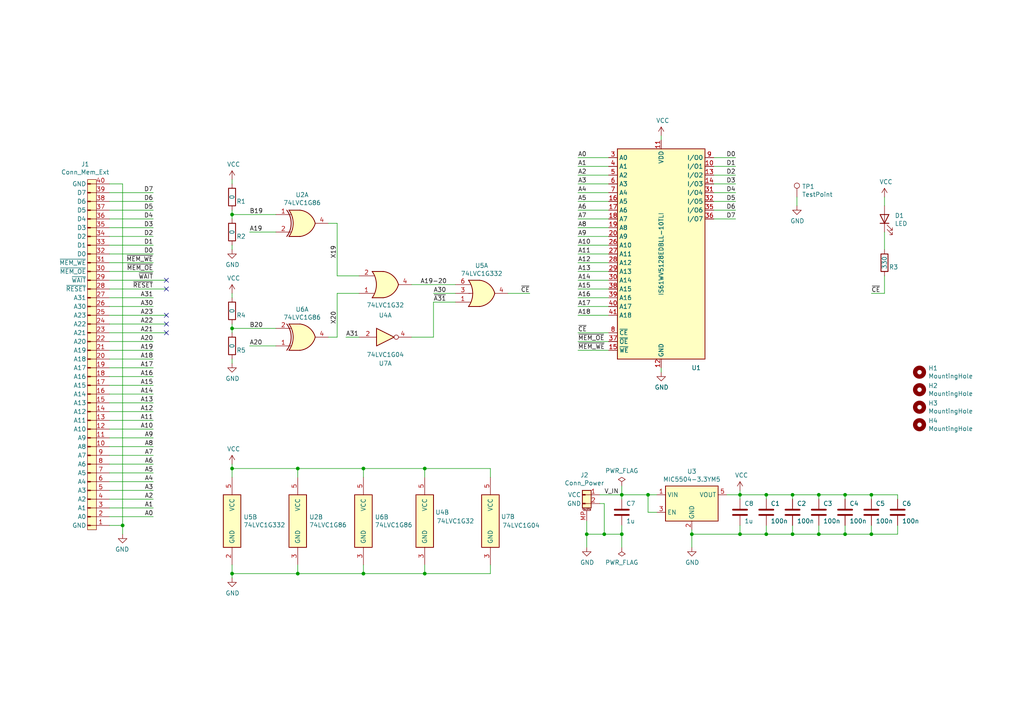
<source format=kicad_sch>
(kicad_sch (version 20211123) (generator eeschema)
  (paper "A4")
  (lib_symbols
    (symbol "Connector:TestPoint" (pin_numbers hide) (pin_names (offset 0.762) hide)
      (property "Reference" "TP" (at 0 6.858 0))
      (property "Value" "TestPoint" (at 0 5.08 0))
      (symbol "TestPoint_0_1"
        (circle (center 0 3.302) (radius 0.762))
      )
      (symbol "TestPoint_1_1"
        (pin passive line (at 0 0 90) (length 2.54) (name "1") (number "1"))
      )
    )
    (symbol "Device:C" (pin_numbers hide) (pin_names (offset 0.254))
      (property "Reference" "C" (at 0.635 2.54 0))
      (property "Value" "C" (at 0.635 -2.54 0))
      (symbol "C_0_1"
        (polyline (pts (xy -2.032 -0.762) (xy 2.032 -0.762)) (stroke (width 0.508)))
        (polyline (pts (xy -2.032 0.762) (xy 2.032 0.762)) (stroke (width 0.508)))
      )
      (symbol "C_1_1"
        (pin passive line (at 0 3.81 270) (length 2.794) (name "~") (number "1"))
        (pin passive line (at 0 -3.81 90) (length 2.794) (name "~") (number "2"))
      )
    )
    (symbol "Device:LED" (pin_numbers hide) (pin_names (offset 1.016) hide)
      (property "Reference" "D" (at 0 2.54 0))
      (property "Value" "LED" (at 0 -2.54 0))
      (symbol "LED_0_1"
        (polyline (pts (xy -1.27 -1.27) (xy -1.27 1.27)) (stroke (width 0.254)))
        (polyline (pts (xy -1.27 0) (xy 1.27 0)))
        (polyline (pts (xy 1.27 -1.27) (xy 1.27 1.27) (xy -1.27 0) (xy 1.27 -1.27)) (stroke (width 0.254)))
        (polyline (pts (xy -3.048 -0.762) (xy -4.572 -2.286) (xy -3.81 -2.286) (xy -4.572 -2.286) (xy -4.572 -1.524)))
        (polyline (pts (xy -1.778 -0.762) (xy -3.302 -2.286) (xy -2.54 -2.286) (xy -3.302 -2.286) (xy -3.302 -1.524)))
      )
      (symbol "LED_1_1"
        (pin passive line (at -3.81 0 0) (length 2.54) (name "K") (number "1"))
        (pin passive line (at 3.81 0 180) (length 2.54) (name "A") (number "2"))
      )
    )
    (symbol "Device:R" (pin_numbers hide) (pin_names (offset 0))
      (property "Reference" "R" (at 2.032 0 90))
      (property "Value" "R" (at 0 0 90))
      (symbol "R_0_1"
        (rectangle (start -1.016 -2.54) (end 1.016 2.54) (stroke (width 0.254)))
      )
      (symbol "R_1_1"
        (pin passive line (at 0 3.81 270) (length 1.27) (name "~") (number "1"))
        (pin passive line (at 0 -3.81 90) (length 1.27) (name "~") (number "2"))
      )
    )
    (symbol "Mechanical:MountingHole" (pin_names (offset 1.016))
      (property "Reference" "H" (at 0 5.08 0))
      (property "Value" "MountingHole" (at 0 3.175 0))
      (symbol "MountingHole_0_1"
        (circle (center 0 0) (radius 1.27) (stroke (width 1.27)))
      )
    )
    (symbol "Memory_RAM:IS61C5128AL-10TLI"
      (property "Reference" "U" (at -10.16 31.75 0))
      (property "Value" "IS61C5128AL-10TLI" (at 12.7 31.75 0))
      (symbol "IS61C5128AL-10TLI_0_1"
        (rectangle (start -12.7 30.48) (end 12.7 -30.48) (stroke (width 0.254)) (fill (type background)))
      )
      (symbol "IS61C5128AL-10TLI_1_1"
        (pin no_connect line (at 12.7 -27.94 180) (length 2.54) hide (name "NC") (number "1"))
        (pin bidirectional line (at 15.24 25.4 180) (length 2.54) (name "I/O1") (number "10"))
        (pin power_in line (at 0 33.02 270) (length 2.54) (name "VDD") (number "11"))
        (pin power_in line (at 0 -33.02 90) (length 2.54) (name "GND") (number "12"))
        (pin bidirectional line (at 15.24 22.86 180) (length 2.54) (name "I/O2") (number "13"))
        (pin bidirectional line (at 15.24 20.32 180) (length 2.54) (name "I/O3") (number "14"))
        (pin input line (at -15.24 -27.94 0) (length 2.54) (name "~{WE}") (number "15"))
        (pin input line (at -15.24 15.24 0) (length 2.54) (name "A5") (number "16"))
        (pin input line (at -15.24 12.7 0) (length 2.54) (name "A6") (number "17"))
        (pin input line (at -15.24 10.16 0) (length 2.54) (name "A7") (number "18"))
        (pin input line (at -15.24 7.62 0) (length 2.54) (name "A8") (number "19"))
        (pin no_connect line (at 12.7 -25.4 180) (length 2.54) hide (name "NC") (number "2"))
        (pin input line (at -15.24 5.08 0) (length 2.54) (name "A9") (number "20"))
        (pin no_connect line (at 12.7 -22.86 180) (length 2.54) hide (name "NC") (number "21"))
        (pin no_connect line (at 12.7 -20.32 180) (length 2.54) hide (name "NC") (number "22"))
        (pin no_connect line (at 12.7 -17.78 180) (length 2.54) hide (name "NC") (number "23"))
        (pin no_connect line (at 12.7 -15.24 180) (length 2.54) hide (name "NC") (number "24"))
        (pin no_connect line (at 12.7 -12.7 180) (length 2.54) hide (name "NC") (number "25"))
        (pin input line (at -15.24 2.54 0) (length 2.54) (name "A10") (number "26"))
        (pin input line (at -15.24 0 0) (length 2.54) (name "A11") (number "27"))
        (pin input line (at -15.24 -2.54 0) (length 2.54) (name "A12") (number "28"))
        (pin input line (at -15.24 -5.08 0) (length 2.54) (name "A13") (number "29"))
        (pin input line (at -15.24 27.94 0) (length 2.54) (name "A0") (number "3"))
        (pin input line (at -15.24 -7.62 0) (length 2.54) (name "A14") (number "30"))
        (pin bidirectional line (at 15.24 17.78 180) (length 2.54) (name "I/O4") (number "31"))
        (pin bidirectional line (at 15.24 15.24 180) (length 2.54) (name "I/O5") (number "32"))
        (pin passive line (at 0 33.02 270) (length 2.54) hide (name "VDD") (number "33"))
        (pin passive line (at 0 -33.02 90) (length 2.54) hide (name "GND") (number "34"))
        (pin bidirectional line (at 15.24 12.7 180) (length 2.54) (name "I/O6") (number "35"))
        (pin bidirectional line (at 15.24 10.16 180) (length 2.54) (name "I/O7") (number "36"))
        (pin input line (at -15.24 -25.4 0) (length 2.54) (name "~{OE}") (number "37"))
        (pin input line (at -15.24 -10.16 0) (length 2.54) (name "A15") (number "38"))
        (pin input line (at -15.24 -12.7 0) (length 2.54) (name "A16") (number "39"))
        (pin input line (at -15.24 25.4 0) (length 2.54) (name "A1") (number "4"))
        (pin input line (at -15.24 -15.24 0) (length 2.54) (name "A17") (number "40"))
        (pin input line (at -15.24 -17.78 0) (length 2.54) (name "A18") (number "41"))
        (pin no_connect line (at 12.7 -10.16 180) (length 2.54) hide (name "NC") (number "42"))
        (pin no_connect line (at 12.7 -7.62 180) (length 2.54) hide (name "NC") (number "43"))
        (pin no_connect line (at 12.7 -5.08 180) (length 2.54) hide (name "NC") (number "44"))
        (pin input line (at -15.24 22.86 0) (length 2.54) (name "A2") (number "5"))
        (pin input line (at -15.24 20.32 0) (length 2.54) (name "A3") (number "6"))
        (pin input line (at -15.24 17.78 0) (length 2.54) (name "A4") (number "7"))
        (pin input line (at -15.24 -22.86 0) (length 2.54) (name "~{CE}") (number "8"))
        (pin bidirectional line (at 15.24 27.94 180) (length 2.54) (name "I/O0") (number "9"))
      )
    )
    (symbol "Regulator_Linear:MIC5504-3.3YM5"
      (property "Reference" "U" (at -7.62 8.89 0))
      (property "Value" "MIC5504-3.3YM5" (at -7.62 6.35 0))
      (symbol "MIC5504-3.3YM5_0_1"
        (rectangle (start -7.62 -5.08) (end 7.62 5.08) (stroke (width 0.254)) (fill (type background)))
      )
      (symbol "MIC5504-3.3YM5_1_1"
        (pin power_in line (at -10.16 2.54 0) (length 2.54) (name "VIN") (number "1"))
        (pin power_in line (at 0 -7.62 90) (length 2.54) (name "GND") (number "2"))
        (pin input line (at -10.16 -2.54 0) (length 2.54) (name "EN") (number "3"))
        (pin no_connect line (at 7.62 -2.54 180) (length 2.54) hide (name "NC") (number "4"))
        (pin power_out line (at 10.16 2.54 180) (length 2.54) (name "VOUT") (number "5"))
      )
    )
    (symbol "power:GND" (power) (pin_names (offset 0))
      (property "Value" "GND" (at 0 -3.81 0))
      (symbol "GND_0_1"
        (polyline (pts (xy 0 0) (xy 0 -1.27) (xy 1.27 -1.27) (xy 0 -2.54) (xy -1.27 -1.27) (xy 0 -1.27)))
      )
      (symbol "GND_1_1"
        (pin power_in line (at 0 0 270) (length 0) hide (name "GND") (number "1"))
      )
    )
    (symbol "power:PWR_FLAG" (power) (pin_numbers hide) (pin_names (offset 0) hide)
      (property "Value" "PWR_FLAG" (at 0 3.81 0))
      (symbol "PWR_FLAG_0_0"
        (pin power_out line (at 0 0 90) (length 0) (name "pwr") (number "1"))
      )
      (symbol "PWR_FLAG_0_1"
        (polyline (pts (xy 0 0) (xy 0 1.27) (xy -1.016 1.905) (xy 0 2.54) (xy 1.016 1.905) (xy 0 1.27)))
      )
    )
    (symbol "power:VCC" (power) (pin_names (offset 0))
      (property "Value" "VCC" (at 0 3.81 0))
      (symbol "VCC_0_1"
        (polyline (pts (xy -0.762 1.27) (xy 0 2.54)))
        (polyline (pts (xy 0 0) (xy 0 2.54)))
        (polyline (pts (xy 0 2.54) (xy 0.762 1.27)))
      )
      (symbol "VCC_1_1"
        (pin power_in line (at 0 0 90) (length 0) hide (name "VCC") (number "1"))
      )
    )
    (symbol "riscv-serial:74LVC1G04" (pin_names (offset 1.016))
      (property "Reference" "U" (at 0 -5.08 0))
      (property "Value" "74LVC1G04" (at -6.35 0 90))
      (symbol "74LVC1G04_1_0"
        (polyline (pts (xy -2.54 2.54) (xy -2.54 -2.54) (xy 2.54 0) (xy -2.54 2.54)) (stroke (width 0.254)) (fill (type background)))
        (pin input line (at -7.62 0 0) (length 5.08) (name "~") (number "2"))
        (pin output inverted (at 7.62 0 180) (length 5.08) (name "~") (number "4"))
      )
      (symbol "74LVC1G04_2_0"
        (pin no_connect line (at 1.27 -12.7 90) (length 5.08) hide (name "~") (number "1"))
        (pin power_in line (at 0 -12.7 90) (length 5.08) (name "GND") (number "3"))
        (pin power_in line (at 0 12.7 270) (length 5.08) (name "VCC") (number "5"))
      )
      (symbol "74LVC1G04_2_1"
        (rectangle (start -2.54 7.62) (end 2.54 -7.62) (stroke (width 0.254)) (fill (type background)))
      )
    )
    (symbol "riscv-serial:74LVC1G32" (pin_names (offset 1.016))
      (property "Reference" "U" (at -0.762 -0.762 0))
      (property "Value" "74LVC1G32" (at -0.762 -0.762 0))
      (symbol "74LVC1G32_1_1"
        (arc (start -3.81 -3.81) (mid -2.589 0) (end -3.81 3.81) (stroke (width 0.254)))
        (arc (start -0.6096 -3.81) (mid 2.1842 -2.5851) (end 3.81 0) (stroke (width 0.254)) (fill (type background)))
        (polyline (pts (xy -3.81 -3.81) (xy -0.635 -3.81)) (stroke (width 0.254)) (fill (type background)))
        (polyline (pts (xy -3.81 3.81) (xy -0.635 3.81)) (stroke (width 0.254)) (fill (type background)))
        (polyline (pts (xy -0.635 3.81) (xy -3.81 3.81) (xy -3.81 3.81) (xy -3.556 3.4036) (xy -3.0226 2.2606) (xy -2.6924 1.0414) (xy -2.6162 -0.254) (xy -2.7686 -1.4986) (xy -3.175 -2.7178) (xy -3.81 -3.81) (xy -3.81 -3.81) (xy -0.635 -3.81)) (stroke (width -25.4)) (fill (type background)))
        (arc (start 3.81 0) (mid 2.1915 2.5936) (end -0.6096 3.81) (stroke (width 0.254)) (fill (type background)))
        (pin input line (at -7.62 2.54 0) (length 4.318) (name "~") (number "1"))
        (pin input line (at -7.62 -2.54 0) (length 4.318) (name "~") (number "2"))
        (pin output line (at 7.62 0 180) (length 3.81) (name "~") (number "4"))
      )
      (symbol "74LVC1G32_2_0"
        (pin power_in line (at 0 -12.7 90) (length 5.08) (name "GND") (number "3"))
        (pin power_in line (at 0 12.7 270) (length 5.08) (name "VCC") (number "5"))
      )
      (symbol "74LVC1G32_2_1"
        (rectangle (start -2.54 7.62) (end 2.54 -7.62) (stroke (width 0.254)) (fill (type background)))
      )
    )
    (symbol "riscv-serial:74LVC1G332" (pin_names (offset 1.016))
      (property "Reference" "U" (at -0.762 -0.762 0))
      (property "Value" "74LVC1G332" (at -0.762 -0.762 0))
      (symbol "74LVC1G332_1_1"
        (arc (start -3.81 -3.81) (mid -2.589 0) (end -3.81 3.81) (stroke (width 0.254)))
        (arc (start -0.6096 -3.81) (mid 2.1842 -2.5851) (end 3.81 0) (stroke (width 0.254)) (fill (type background)))
        (polyline (pts (xy -3.81 -3.81) (xy -0.635 -3.81)) (stroke (width 0.254)) (fill (type background)))
        (polyline (pts (xy -3.81 0) (xy -2.54 0)))
        (polyline (pts (xy -3.81 3.81) (xy -0.635 3.81)) (stroke (width 0.254)) (fill (type background)))
        (polyline (pts (xy -0.635 3.81) (xy -3.81 3.81) (xy -3.81 3.81) (xy -3.556 3.4036) (xy -3.0226 2.2606) (xy -2.6924 1.0414) (xy -2.6162 -0.254) (xy -2.7686 -1.4986) (xy -3.175 -2.7178) (xy -3.81 -3.81) (xy -3.81 -3.81) (xy -0.635 -3.81)) (stroke (width -25.4)) (fill (type background)))
        (arc (start 3.81 0) (mid 2.1915 2.5936) (end -0.6096 3.81) (stroke (width 0.254)) (fill (type background)))
        (pin input line (at -7.62 2.54 0) (length 4.318) (name "~") (number "1"))
        (pin input line (at -7.62 0 0) (length 4.318) (name "~") (number "3"))
        (pin output line (at 7.62 0 180) (length 3.81) (name "~") (number "4"))
        (pin input line (at -7.62 -2.54 0) (length 4.318) (name "~") (number "6"))
      )
      (symbol "74LVC1G332_2_0"
        (pin power_in line (at 0 -12.7 90) (length 5.08) (name "GND") (number "2"))
        (pin power_in line (at 0 12.7 270) (length 5.08) (name "VCC") (number "5"))
      )
      (symbol "74LVC1G332_2_1"
        (rectangle (start -2.54 7.62) (end 2.54 -7.62) (stroke (width 0.254)) (fill (type background)))
      )
    )
    (symbol "riscv-serial:74LVC1G86" (pin_names (offset 1.016))
      (property "Reference" "U" (at -0.762 -0.762 0))
      (property "Value" "74LVC1G86" (at -0.762 -0.762 0))
      (symbol "74LVC1G86_1_0"
        (arc (start -4.445 -3.81) (mid -3.175 0) (end -4.445 3.81) (stroke (width 0.254)))
      )
      (symbol "74LVC1G86_1_1"
        (arc (start -3.81 -3.81) (mid -2.589 0) (end -3.81 3.81) (stroke (width 0.254)))
        (arc (start -0.6096 -3.81) (mid 2.1842 -2.5851) (end 3.81 0) (stroke (width 0.254)) (fill (type background)))
        (polyline (pts (xy -3.81 -3.81) (xy -0.635 -3.81)) (stroke (width 0.254)) (fill (type background)))
        (polyline (pts (xy -3.81 3.81) (xy -0.635 3.81)) (stroke (width 0.254)) (fill (type background)))
        (polyline (pts (xy -0.635 3.81) (xy -3.81 3.81) (xy -3.81 3.81) (xy -3.556 3.4036) (xy -3.0226 2.2606) (xy -2.6924 1.0414) (xy -2.6162 -0.254) (xy -2.7686 -1.4986) (xy -3.175 -2.7178) (xy -3.81 -3.81) (xy -3.81 -3.81) (xy -0.635 -3.81)) (stroke (width -25.4)) (fill (type background)))
        (arc (start 3.81 0) (mid 2.1915 2.5936) (end -0.6096 3.81) (stroke (width 0.254)) (fill (type background)))
        (pin input line (at -7.62 2.54 0) (length 4.318) (name "~") (number "1"))
        (pin input line (at -7.62 -2.54 0) (length 4.318) (name "~") (number "2"))
        (pin output line (at 7.62 0 180) (length 3.81) (name "~") (number "4"))
      )
      (symbol "74LVC1G86_2_0"
        (pin power_in line (at 0 -12.7 90) (length 5.08) (name "GND") (number "3"))
        (pin power_in line (at 0 12.7 270) (length 5.08) (name "VCC") (number "5"))
      )
      (symbol "74LVC1G86_2_1"
        (rectangle (start -2.54 7.62) (end 2.54 -7.62) (stroke (width 0.254)) (fill (type background)))
      )
    )
    (symbol "riscv-serial:Conn_Mem_Ext" (pin_names (offset 1.651))
      (property "Reference" "J" (at 0 -53.34 0))
      (property "Value" "Conn_Mem_Ext" (at 0 50.8 0))
      (symbol "Conn_Mem_Ext_0_1"
        (rectangle (start 0 -52.07) (end 2.54 49.53) (fill (type background)))
      )
      (symbol "Conn_Mem_Ext_1_1"
        (polyline (pts (xy 1.27 -50.8) (xy 0.8636 -50.8)) (stroke (width 0.1524)))
        (polyline (pts (xy 1.27 -48.26) (xy 0.8636 -48.26)) (stroke (width 0.1524)))
        (polyline (pts (xy 1.27 -45.72) (xy 0.8636 -45.72)) (stroke (width 0.1524)))
        (polyline (pts (xy 1.27 -43.18) (xy 0.8636 -43.18)) (stroke (width 0.1524)))
        (polyline (pts (xy 1.27 -40.64) (xy 0.8636 -40.64)) (stroke (width 0.1524)))
        (polyline (pts (xy 1.27 -38.1) (xy 0.8636 -38.1)) (stroke (width 0.1524)))
        (polyline (pts (xy 1.27 -35.56) (xy 0.8636 -35.56)) (stroke (width 0.1524)))
        (polyline (pts (xy 1.27 -33.02) (xy 0.8636 -33.02)) (stroke (width 0.1524)))
        (polyline (pts (xy 1.27 -30.48) (xy 0.8636 -30.48)) (stroke (width 0.1524)))
        (polyline (pts (xy 1.27 -27.94) (xy 0.8636 -27.94)) (stroke (width 0.1524)))
        (polyline (pts (xy 1.27 -25.4) (xy 0.8636 -25.4)) (stroke (width 0.1524)))
        (polyline (pts (xy 1.27 -22.86) (xy 0.8636 -22.86)) (stroke (width 0.1524)))
        (polyline (pts (xy 1.27 -20.32) (xy 0.8636 -20.32)) (stroke (width 0.1524)))
        (polyline (pts (xy 1.27 -17.78) (xy 0.8636 -17.78)) (stroke (width 0.1524)))
        (polyline (pts (xy 1.27 -15.24) (xy 0.8636 -15.24)) (stroke (width 0.1524)))
        (polyline (pts (xy 1.27 -12.7) (xy 0.8636 -12.7)) (stroke (width 0.1524)))
        (polyline (pts (xy 1.27 -10.16) (xy 0.8636 -10.16)) (stroke (width 0.1524)))
        (polyline (pts (xy 1.27 -7.62) (xy 0.8636 -7.62)) (stroke (width 0.1524)))
        (polyline (pts (xy 1.27 -5.08) (xy 0.8636 -5.08)) (stroke (width 0.1524)))
        (polyline (pts (xy 1.27 -2.54) (xy 0.8636 -2.54)) (stroke (width 0.1524)))
        (polyline (pts (xy 1.27 0) (xy 0.8636 0)) (stroke (width 0.1524)))
        (polyline (pts (xy 1.27 2.54) (xy 0.8636 2.54)) (stroke (width 0.1524)))
        (polyline (pts (xy 1.27 5.08) (xy 0.8636 5.08)) (stroke (width 0.1524)))
        (polyline (pts (xy 1.27 7.62) (xy 0.8636 7.62)) (stroke (width 0.1524)))
        (polyline (pts (xy 1.27 10.16) (xy 0.8636 10.16)) (stroke (width 0.1524)))
        (polyline (pts (xy 1.27 12.7) (xy 0.8636 12.7)) (stroke (width 0.1524)))
        (polyline (pts (xy 1.27 15.24) (xy 0.8636 15.24)) (stroke (width 0.1524)))
        (polyline (pts (xy 1.27 17.78) (xy 0.8636 17.78)) (stroke (width 0.1524)))
        (polyline (pts (xy 1.27 20.32) (xy 0.8636 20.32)) (stroke (width 0.1524)))
        (polyline (pts (xy 1.27 22.86) (xy 0.8636 22.86)) (stroke (width 0.1524)))
        (polyline (pts (xy 1.27 25.4) (xy 0.8636 25.4)) (stroke (width 0.1524)))
        (polyline (pts (xy 1.27 27.94) (xy 0.8636 27.94)) (stroke (width 0.1524)))
        (polyline (pts (xy 1.27 30.48) (xy 0.8636 30.48)) (stroke (width 0.1524)))
        (polyline (pts (xy 1.27 33.02) (xy 0.8636 33.02)) (stroke (width 0.1524)))
        (polyline (pts (xy 1.27 35.56) (xy 0.8636 35.56)) (stroke (width 0.1524)))
        (polyline (pts (xy 1.27 38.1) (xy 0.8636 38.1)) (stroke (width 0.1524)))
        (polyline (pts (xy 1.27 40.64) (xy 0.8636 40.64)) (stroke (width 0.1524)))
        (polyline (pts (xy 1.27 43.18) (xy 0.8636 43.18)) (stroke (width 0.1524)))
        (polyline (pts (xy 1.27 45.72) (xy 0.8636 45.72)) (stroke (width 0.1524)))
        (polyline (pts (xy 1.27 48.26) (xy 0.8636 48.26)) (stroke (width 0.1524)))
        (rectangle (start 0.8636 -50.927) (end 0 -50.673) (stroke (width 0.1524)) (fill (type outline)))
        (rectangle (start 0.8636 -48.387) (end 0 -48.133) (stroke (width 0.1524)) (fill (type outline)))
        (rectangle (start 0.8636 -45.847) (end 0 -45.593) (stroke (width 0.1524)) (fill (type outline)))
        (rectangle (start 0.8636 -43.307) (end 0 -43.053) (stroke (width 0.1524)) (fill (type outline)))
        (rectangle (start 0.8636 -40.767) (end 0 -40.513) (stroke (width 0.1524)) (fill (type outline)))
        (rectangle (start 0.8636 -38.227) (end 0 -37.973) (stroke (width 0.1524)) (fill (type outline)))
        (rectangle (start 0.8636 -35.687) (end 0 -35.433) (stroke (width 0.1524)) (fill (type outline)))
        (rectangle (start 0.8636 -33.147) (end 0 -32.893) (stroke (width 0.1524)) (fill (type outline)))
        (rectangle (start 0.8636 -30.607) (end 0 -30.353) (stroke (width 0.1524)) (fill (type outline)))
        (rectangle (start 0.8636 -28.067) (end 0 -27.813) (stroke (width 0.1524)) (fill (type outline)))
        (rectangle (start 0.8636 -25.527) (end 0 -25.273) (stroke (width 0.1524)) (fill (type outline)))
        (rectangle (start 0.8636 -22.987) (end 0 -22.733) (stroke (width 0.1524)) (fill (type outline)))
        (rectangle (start 0.8636 -20.447) (end 0 -20.193) (stroke (width 0.1524)) (fill (type outline)))
        (rectangle (start 0.8636 -17.907) (end 0 -17.653) (stroke (width 0.1524)) (fill (type outline)))
        (rectangle (start 0.8636 -15.367) (end 0 -15.113) (stroke (width 0.1524)) (fill (type outline)))
        (rectangle (start 0.8636 -12.827) (end 0 -12.573) (stroke (width 0.1524)) (fill (type outline)))
        (rectangle (start 0.8636 -10.287) (end 0 -10.033) (stroke (width 0.1524)) (fill (type outline)))
        (rectangle (start 0.8636 -7.747) (end 0 -7.493) (stroke (width 0.1524)) (fill (type outline)))
        (rectangle (start 0.8636 -5.207) (end 0 -4.953) (stroke (width 0.1524)) (fill (type outline)))
        (rectangle (start 0.8636 -2.667) (end 0 -2.413) (stroke (width 0.1524)) (fill (type outline)))
        (rectangle (start 0.8636 -0.127) (end 0 0.127) (stroke (width 0.1524)) (fill (type outline)))
        (rectangle (start 0.8636 2.413) (end 0 2.667) (stroke (width 0.1524)) (fill (type outline)))
        (rectangle (start 0.8636 4.953) (end 0 5.207) (stroke (width 0.1524)) (fill (type outline)))
        (rectangle (start 0.8636 7.493) (end 0 7.747) (stroke (width 0.1524)) (fill (type outline)))
        (rectangle (start 0.8636 10.033) (end 0 10.287) (stroke (width 0.1524)) (fill (type outline)))
        (rectangle (start 0.8636 12.573) (end 0 12.827) (stroke (width 0.1524)) (fill (type outline)))
        (rectangle (start 0.8636 15.113) (end 0 15.367) (stroke (width 0.1524)) (fill (type outline)))
        (rectangle (start 0.8636 17.653) (end 0 17.907) (stroke (width 0.1524)) (fill (type outline)))
        (rectangle (start 0.8636 20.193) (end 0 20.447) (stroke (width 0.1524)) (fill (type outline)))
        (rectangle (start 0.8636 22.733) (end 0 22.987) (stroke (width 0.1524)) (fill (type outline)))
        (rectangle (start 0.8636 25.273) (end 0 25.527) (stroke (width 0.1524)) (fill (type outline)))
        (rectangle (start 0.8636 27.813) (end 0 28.067) (stroke (width 0.1524)) (fill (type outline)))
        (rectangle (start 0.8636 30.353) (end 0 30.607) (stroke (width 0.1524)) (fill (type outline)))
        (rectangle (start 0.8636 32.893) (end 0 33.147) (stroke (width 0.1524)) (fill (type outline)))
        (rectangle (start 0.8636 35.433) (end 0 35.687) (stroke (width 0.1524)) (fill (type outline)))
        (rectangle (start 0.8636 37.973) (end 0 38.227) (stroke (width 0.1524)) (fill (type outline)))
        (rectangle (start 0.8636 40.513) (end 0 40.767) (stroke (width 0.1524)) (fill (type outline)))
        (rectangle (start 0.8636 43.053) (end 0 43.307) (stroke (width 0.1524)) (fill (type outline)))
        (rectangle (start 0.8636 45.593) (end 0 45.847) (stroke (width 0.1524)) (fill (type outline)))
        (rectangle (start 0.8636 48.133) (end 0 48.387) (stroke (width 0.1524)) (fill (type outline)))
        (pin passive line (at 6.35 -50.8 180) (length 5.08) (name "GND") (number "1"))
        (pin passive line (at 6.35 -27.94 180) (length 5.08) (name "A8") (number "10"))
        (pin passive line (at 6.35 -25.4 180) (length 5.08) (name "A9") (number "11"))
        (pin passive line (at 6.35 -22.86 180) (length 5.08) (name "A10") (number "12"))
        (pin passive line (at 6.35 -20.32 180) (length 5.08) (name "A11") (number "13"))
        (pin passive line (at 6.35 -17.78 180) (length 5.08) (name "A12") (number "14"))
        (pin passive line (at 6.35 -15.24 180) (length 5.08) (name "A13") (number "15"))
        (pin passive line (at 6.35 -12.7 180) (length 5.08) (name "A14") (number "16"))
        (pin passive line (at 6.35 -10.16 180) (length 5.08) (name "A15") (number "17"))
        (pin passive line (at 6.35 -7.62 180) (length 5.08) (name "A16") (number "18"))
        (pin passive line (at 6.35 -5.08 180) (length 5.08) (name "A17") (number "19"))
        (pin passive line (at 6.35 -48.26 180) (length 5.08) (name "A0") (number "2"))
        (pin passive line (at 6.35 -2.54 180) (length 5.08) (name "A18") (number "20"))
        (pin passive line (at 6.35 0 180) (length 5.08) (name "A19") (number "21"))
        (pin passive line (at 6.35 2.54 180) (length 5.08) (name "A20") (number "22"))
        (pin passive line (at 6.35 5.08 180) (length 5.08) (name "A21") (number "23"))
        (pin passive line (at 6.35 7.62 180) (length 5.08) (name "A22") (number "24"))
        (pin passive line (at 6.35 10.16 180) (length 5.08) (name "A23") (number "25"))
        (pin passive line (at 6.35 12.7 180) (length 5.08) (name "A30") (number "26"))
        (pin passive line (at 6.35 15.24 180) (length 5.08) (name "A31") (number "27"))
        (pin passive line (at 6.35 17.78 180) (length 5.08) (name "~{RESET}") (number "28"))
        (pin passive line (at 6.35 20.32 180) (length 5.08) (name "~{WAIT}") (number "29"))
        (pin passive line (at 6.35 -45.72 180) (length 5.08) (name "A1") (number "3"))
        (pin passive line (at 6.35 22.86 180) (length 5.08) (name "~{MEM_OE}") (number "30"))
        (pin passive line (at 6.35 25.4 180) (length 5.08) (name "~{MEM_WE}") (number "31"))
        (pin passive line (at 6.35 27.94 180) (length 5.08) (name "D0") (number "32"))
        (pin passive line (at 6.35 30.48 180) (length 5.08) (name "D1") (number "33"))
        (pin passive line (at 6.35 33.02 180) (length 5.08) (name "D2") (number "34"))
        (pin passive line (at 6.35 35.56 180) (length 5.08) (name "D3") (number "35"))
        (pin passive line (at 6.35 38.1 180) (length 5.08) (name "D4") (number "36"))
        (pin passive line (at 6.35 40.64 180) (length 5.08) (name "D5") (number "37"))
        (pin passive line (at 6.35 43.18 180) (length 5.08) (name "D6") (number "38"))
        (pin passive line (at 6.35 45.72 180) (length 5.08) (name "D7") (number "39"))
        (pin passive line (at 6.35 -43.18 180) (length 5.08) (name "A2") (number "4"))
        (pin passive line (at 6.35 48.26 180) (length 5.08) (name "GND") (number "40"))
        (pin passive line (at 6.35 -40.64 180) (length 5.08) (name "A3") (number "5"))
        (pin passive line (at 6.35 -38.1 180) (length 5.08) (name "A4") (number "6"))
        (pin passive line (at 6.35 -35.56 180) (length 5.08) (name "A5") (number "7"))
        (pin passive line (at 6.35 -33.02 180) (length 5.08) (name "A6") (number "8"))
        (pin passive line (at 6.35 -30.48 180) (length 5.08) (name "A7") (number "9"))
      )
    )
    (symbol "riscv-serial:Conn_Power" (pin_names (offset 1.651))
      (property "Reference" "J" (at -5.08 -5.08 0))
      (property "Value" "Conn_Power" (at -7.62 0 90))
      (symbol "Conn_Power_1_1"
        (rectangle (start -1.27 2.54) (end 1.27 -2.54) (stroke (width 0.254)) (fill (type background)))
        (rectangle (start -0.4064 -1.143) (end -1.27 -1.397) (stroke (width 0.1524)) (fill (type outline)))
        (rectangle (start -0.4064 1.397) (end -1.27 1.143) (stroke (width 0.1524)) (fill (type outline)))
        (polyline (pts (xy -1.016 -3.302) (xy 1.016 -3.302)) (stroke (width 0.1524)))
        (polyline (pts (xy 0 -1.27) (xy -0.4064 -1.27)) (stroke (width 0.1524)))
        (polyline (pts (xy 0 1.27) (xy -0.4064 1.27)) (stroke (width 0.1524)))
        (text "Mounting" (at 0 -2.921 0) (effects (font (size 0.381 0.381))))
        (pin passive line (at 3.81 1.27 180) (length 3.81) (name "VCC") (number "1"))
        (pin passive line (at 3.81 -1.27 180) (length 3.81) (name "GND") (number "2"))
        (pin passive line (at 0 -6.35 90) (length 3.048) (name "~") (number "MP"))
      )
    )
  )
  (junction (at 67.31 95.25))
  (junction (at 86.36 166.37))
  (junction (at 222.25 154.94))
  (junction (at 67.31 135.89))
  (junction (at 105.41 166.37))
  (junction (at 200.66 154.94))
  (junction (at 252.73 143.51))
  (junction (at 187.96 143.51))
  (junction (at 252.73 154.94))
  (junction (at 175.26 154.94))
  (junction (at 105.41 135.89))
  (junction (at 229.87 154.94))
  (junction (at 245.11 143.51))
  (junction (at 214.63 143.51))
  (junction (at 123.19 135.89))
  (junction (at 123.19 166.37))
  (junction (at 170.18 154.94))
  (junction (at 214.63 154.94))
  (junction (at 180.34 154.94))
  (junction (at 229.87 143.51))
  (junction (at 67.31 166.37))
  (junction (at 237.49 143.51))
  (junction (at 67.31 62.23))
  (junction (at 35.56 152.4))
  (junction (at 222.25 143.51))
  (junction (at 245.11 154.94))
  (junction (at 86.36 135.89))
  (junction (at 237.49 154.94))
  (junction (at 180.34 143.51))
  (no_connect (at 48.26 81.28))
  (no_connect (at 48.26 91.44))
  (no_connect (at 48.26 96.52))
  (no_connect (at 48.26 93.98))
  (no_connect (at 48.26 83.82))
  (wire (pts (xy 44.45 132.08) (xy 31.75 132.08)))
  (wire (pts (xy 31.75 68.58) (xy 44.45 68.58)))
  (wire (pts (xy 44.45 99.06) (xy 31.75 99.06)))
  (wire (pts (xy 86.36 166.37) (xy 86.36 163.83)))
  (wire (pts (xy 44.45 106.68) (xy 31.75 106.68)))
  (wire (pts (xy 31.75 83.82) (xy 48.26 83.82)))
  (wire (pts (xy 44.45 139.7) (xy 31.75 139.7)))
  (wire (pts (xy 105.41 138.43) (xy 105.41 135.89)))
  (wire (pts (xy 97.79 85.09) (xy 97.79 97.79)))
  (wire (pts (xy 222.25 143.51) (xy 229.87 143.51)))
  (wire (pts (xy 237.49 144.78) (xy 237.49 143.51)))
  (wire (pts (xy 44.45 142.24) (xy 31.75 142.24)))
  (wire (pts (xy 44.45 121.92) (xy 31.75 121.92)))
  (wire (pts (xy 245.11 154.94) (xy 245.11 152.4)))
  (wire (pts (xy 147.32 85.09) (xy 153.67 85.09)))
  (wire (pts (xy 44.45 101.6) (xy 31.75 101.6)))
  (wire (pts (xy 44.45 104.14) (xy 31.75 104.14)))
  (wire (pts (xy 187.96 143.51) (xy 180.34 143.51)))
  (wire (pts (xy 132.08 82.55) (xy 119.38 82.55)))
  (wire (pts (xy 237.49 152.4) (xy 237.49 154.94)))
  (wire (pts (xy 35.56 152.4) (xy 35.56 154.94)))
  (wire (pts (xy 44.45 144.78) (xy 31.75 144.78)))
  (wire (pts (xy 260.35 143.51) (xy 260.35 144.78)))
  (wire (pts (xy 44.45 55.88) (xy 31.75 55.88)))
  (wire (pts (xy 187.96 148.59) (xy 187.96 143.51)))
  (wire (pts (xy 31.75 73.66) (xy 44.45 73.66)))
  (wire (pts (xy 214.63 154.94) (xy 200.66 154.94)))
  (wire (pts (xy 67.31 96.52) (xy 67.31 95.25)))
  (wire (pts (xy 67.31 166.37) (xy 67.31 167.64)))
  (wire (pts (xy 213.36 53.34) (xy 207.01 53.34)))
  (wire (pts (xy 67.31 134.62) (xy 67.31 135.89)))
  (wire (pts (xy 200.66 153.67) (xy 200.66 154.94)))
  (wire (pts (xy 86.36 166.37) (xy 105.41 166.37)))
  (wire (pts (xy 256.54 67.31) (xy 256.54 72.39)))
  (wire (pts (xy 44.45 149.86) (xy 31.75 149.86)))
  (wire (pts (xy 125.73 97.79) (xy 125.73 87.63)))
  (wire (pts (xy 252.73 85.09) (xy 256.54 85.09)))
  (wire (pts (xy 44.45 111.76) (xy 31.75 111.76)))
  (wire (pts (xy 213.36 63.5) (xy 207.01 63.5)))
  (wire (pts (xy 252.73 144.78) (xy 252.73 143.51)))
  (wire (pts (xy 44.45 78.74) (xy 31.75 78.74)))
  (wire (pts (xy 231.14 57.15) (xy 231.14 59.69)))
  (wire (pts (xy 214.63 142.24) (xy 214.63 143.51)))
  (wire (pts (xy 44.45 129.54) (xy 31.75 129.54)))
  (wire (pts (xy 44.45 66.04) (xy 31.75 66.04)))
  (wire (pts (xy 44.45 134.62) (xy 31.75 134.62)))
  (wire (pts (xy 125.73 85.09) (xy 132.08 85.09)))
  (wire (pts (xy 222.25 154.94) (xy 229.87 154.94)))
  (wire (pts (xy 167.64 101.6) (xy 176.53 101.6)))
  (wire (pts (xy 44.45 109.22) (xy 31.75 109.22)))
  (wire (pts (xy 67.31 166.37) (xy 86.36 166.37)))
  (wire (pts (xy 180.34 152.4) (xy 180.34 154.94)))
  (wire (pts (xy 180.34 140.97) (xy 180.34 143.51)))
  (wire (pts (xy 119.38 97.79) (xy 125.73 97.79)))
  (wire (pts (xy 167.64 63.5) (xy 176.53 63.5)))
  (wire (pts (xy 44.45 119.38) (xy 31.75 119.38)))
  (wire (pts (xy 245.11 143.51) (xy 252.73 143.51)))
  (wire (pts (xy 35.56 53.34) (xy 31.75 53.34)))
  (wire (pts (xy 31.75 58.42) (xy 44.45 58.42)))
  (wire (pts (xy 105.41 166.37) (xy 105.41 163.83)))
  (wire (pts (xy 237.49 154.94) (xy 245.11 154.94)))
  (wire (pts (xy 213.36 48.26) (xy 207.01 48.26)))
  (wire (pts (xy 252.73 143.51) (xy 260.35 143.51)))
  (wire (pts (xy 180.34 143.51) (xy 173.99 143.51)))
  (wire (pts (xy 252.73 152.4) (xy 252.73 154.94)))
  (wire (pts (xy 44.45 147.32) (xy 31.75 147.32)))
  (wire (pts (xy 142.24 163.83) (xy 142.24 166.37)))
  (wire (pts (xy 180.34 154.94) (xy 175.26 154.94)))
  (wire (pts (xy 256.54 85.09) (xy 256.54 80.01)))
  (wire (pts (xy 31.75 63.5) (xy 44.45 63.5)))
  (wire (pts (xy 245.11 154.94) (xy 252.73 154.94)))
  (wire (pts (xy 214.63 143.51) (xy 210.82 143.51)))
  (wire (pts (xy 105.41 135.89) (xy 123.19 135.89)))
  (wire (pts (xy 176.53 99.06) (xy 167.64 99.06)))
  (wire (pts (xy 31.75 81.28) (xy 48.26 81.28)))
  (wire (pts (xy 207.01 50.8) (xy 213.36 50.8)))
  (wire (pts (xy 67.31 52.07) (xy 67.31 53.34)))
  (wire (pts (xy 214.63 143.51) (xy 222.25 143.51)))
  (wire (pts (xy 207.01 60.96) (xy 213.36 60.96)))
  (wire (pts (xy 67.31 135.89) (xy 86.36 135.89)))
  (wire (pts (xy 44.45 114.3) (xy 31.75 114.3)))
  (wire (pts (xy 252.73 154.94) (xy 260.35 154.94)))
  (wire (pts (xy 167.64 86.36) (xy 176.53 86.36)))
  (wire (pts (xy 31.75 96.52) (xy 48.26 96.52)))
  (wire (pts (xy 123.19 135.89) (xy 123.19 138.43)))
  (wire (pts (xy 67.31 95.25) (xy 67.31 93.98)))
  (wire (pts (xy 229.87 144.78) (xy 229.87 143.51)))
  (wire (pts (xy 167.64 78.74) (xy 176.53 78.74)))
  (wire (pts (xy 105.41 135.89) (xy 86.36 135.89)))
  (wire (pts (xy 100.33 97.79) (xy 104.14 97.79)))
  (wire (pts (xy 67.31 63.5) (xy 67.31 62.23)))
  (wire (pts (xy 97.79 64.77) (xy 97.79 80.01)))
  (wire (pts (xy 31.75 152.4) (xy 35.56 152.4)))
  (wire (pts (xy 207.01 45.72) (xy 213.36 45.72)))
  (wire (pts (xy 167.64 88.9) (xy 176.53 88.9)))
  (wire (pts (xy 31.75 88.9) (xy 44.45 88.9)))
  (wire (pts (xy 222.25 144.78) (xy 222.25 143.51)))
  (wire (pts (xy 167.64 83.82) (xy 176.53 83.82)))
  (wire (pts (xy 180.34 154.94) (xy 180.34 158.75)))
  (wire (pts (xy 44.45 137.16) (xy 31.75 137.16)))
  (wire (pts (xy 95.25 64.77) (xy 97.79 64.77)))
  (wire (pts (xy 175.26 146.05) (xy 175.26 154.94)))
  (wire (pts (xy 31.75 91.44) (xy 48.26 91.44)))
  (wire (pts (xy 44.45 60.96) (xy 31.75 60.96)))
  (wire (pts (xy 72.39 100.33) (xy 80.01 100.33)))
  (wire (pts (xy 173.99 146.05) (xy 175.26 146.05)))
  (wire (pts (xy 214.63 143.51) (xy 214.63 144.78)))
  (wire (pts (xy 31.75 93.98) (xy 48.26 93.98)))
  (wire (pts (xy 229.87 154.94) (xy 237.49 154.94)))
  (wire (pts (xy 260.35 154.94) (xy 260.35 152.4)))
  (wire (pts (xy 67.31 71.12) (xy 67.31 72.39)))
  (wire (pts (xy 190.5 148.59) (xy 187.96 148.59)))
  (wire (pts (xy 229.87 152.4) (xy 229.87 154.94)))
  (wire (pts (xy 167.64 60.96) (xy 176.53 60.96)))
  (wire (pts (xy 142.24 135.89) (xy 142.24 138.43)))
  (wire (pts (xy 44.45 71.12) (xy 31.75 71.12)))
  (wire (pts (xy 95.25 97.79) (xy 97.79 97.79)))
  (wire (pts (xy 125.73 87.63) (xy 132.08 87.63)))
  (wire (pts (xy 97.79 80.01) (xy 104.14 80.01)))
  (wire (pts (xy 142.24 166.37) (xy 123.19 166.37)))
  (wire (pts (xy 67.31 163.83) (xy 67.31 166.37)))
  (wire (pts (xy 67.31 62.23) (xy 80.01 62.23)))
  (wire (pts (xy 44.45 116.84) (xy 31.75 116.84)))
  (wire (pts (xy 167.64 91.44) (xy 176.53 91.44)))
  (wire (pts (xy 86.36 135.89) (xy 86.36 138.43)))
  (wire (pts (xy 44.45 127) (xy 31.75 127)))
  (wire (pts (xy 123.19 135.89) (xy 142.24 135.89)))
  (wire (pts (xy 167.64 81.28) (xy 176.53 81.28)))
  (wire (pts (xy 207.01 55.88) (xy 213.36 55.88)))
  (wire (pts (xy 167.64 96.52) (xy 176.53 96.52)))
  (wire (pts (xy 170.18 154.94) (xy 175.26 154.94)))
  (wire (pts (xy 105.41 166.37) (xy 123.19 166.37)))
  (wire (pts (xy 191.77 39.37) (xy 191.77 40.64)))
  (wire (pts (xy 167.64 53.34) (xy 176.53 53.34)))
  (wire (pts (xy 167.64 45.72) (xy 176.53 45.72)))
  (wire (pts (xy 170.18 158.75) (xy 170.18 154.94)))
  (wire (pts (xy 170.18 151.13) (xy 170.18 154.94)))
  (wire (pts (xy 167.64 48.26) (xy 176.53 48.26)))
  (wire (pts (xy 167.64 66.04) (xy 176.53 66.04)))
  (wire (pts (xy 67.31 95.25) (xy 80.01 95.25)))
  (wire (pts (xy 167.64 68.58) (xy 176.53 68.58)))
  (wire (pts (xy 213.36 58.42) (xy 207.01 58.42)))
  (wire (pts (xy 67.31 138.43) (xy 67.31 135.89)))
  (wire (pts (xy 222.25 152.4) (xy 222.25 154.94)))
  (wire (pts (xy 214.63 152.4) (xy 214.63 154.94)))
  (wire (pts (xy 167.64 76.2) (xy 176.53 76.2)))
  (wire (pts (xy 44.45 124.46) (xy 31.75 124.46)))
  (wire (pts (xy 256.54 57.15) (xy 256.54 59.69)))
  (wire (pts (xy 237.49 143.51) (xy 245.11 143.51)))
  (wire (pts (xy 245.11 143.51) (xy 245.11 144.78)))
  (wire (pts (xy 67.31 62.23) (xy 67.31 60.96)))
  (wire (pts (xy 167.64 73.66) (xy 176.53 73.66)))
  (wire (pts (xy 200.66 154.94) (xy 200.66 158.75)))
  (wire (pts (xy 229.87 143.51) (xy 237.49 143.51)))
  (wire (pts (xy 167.64 55.88) (xy 176.53 55.88)))
  (wire (pts (xy 190.5 143.51) (xy 187.96 143.51)))
  (wire (pts (xy 44.45 86.36) (xy 31.75 86.36)))
  (wire (pts (xy 67.31 85.09) (xy 67.31 86.36)))
  (wire (pts (xy 167.64 58.42) (xy 176.53 58.42)))
  (wire (pts (xy 44.45 76.2) (xy 31.75 76.2)))
  (wire (pts (xy 180.34 143.51) (xy 180.34 144.78)))
  (wire (pts (xy 167.64 71.12) (xy 176.53 71.12)))
  (wire (pts (xy 72.39 67.31) (xy 80.01 67.31)))
  (wire (pts (xy 167.64 50.8) (xy 176.53 50.8)))
  (wire (pts (xy 214.63 154.94) (xy 222.25 154.94)))
  (wire (pts (xy 191.77 106.68) (xy 191.77 107.95)))
  (wire (pts (xy 67.31 104.14) (xy 67.31 105.41)))
  (wire (pts (xy 104.14 85.09) (xy 97.79 85.09)))
  (wire (pts (xy 123.19 166.37) (xy 123.19 163.83)))
  (wire (pts (xy 35.56 152.4) (xy 35.56 53.34)))
  (label "D3" (at 213.36 53.34 180))
  (label "A12" (at 167.64 76.2 0))
  (label "D3" (at 44.45 66.04 180))
  (label "A18" (at 44.45 104.14 180))
  (label "D1" (at 213.36 48.26 180))
  (label "D1" (at 44.45 71.12 180))
  (label "A4" (at 44.45 139.7 180))
  (label "~{MEM_OE}" (at 167.64 99.06 0))
  (label "B19" (at 72.39 62.23 0))
  (label "A15" (at 44.45 111.76 180))
  (label "A23" (at 44.45 91.44 180))
  (label "A7" (at 167.64 63.5 0))
  (label "A16" (at 167.64 86.36 0))
  (label "A10" (at 167.64 71.12 0))
  (label "~{MEM_OE}" (at 44.45 78.74 180))
  (label "B20" (at 72.39 95.25 0))
  (label "D4" (at 213.36 55.88 180))
  (label "A17" (at 167.64 88.9 0))
  (label "~{CE}" (at 153.67 85.09 180))
  (label "D0" (at 44.45 73.66 180))
  (label "A0" (at 44.45 149.86 180))
  (label "~{WAIT}" (at 44.45 81.28 180))
  (label "A13" (at 44.45 116.84 180))
  (label "A5" (at 44.45 137.16 180))
  (label "D2" (at 213.36 50.8 180))
  (label "D5" (at 213.36 58.42 180))
  (label "A16" (at 44.45 109.22 180))
  (label "~{MEM_WE}" (at 167.64 101.6 0))
  (label "A18" (at 167.64 91.44 0))
  (label "D5" (at 44.45 60.96 180))
  (label "~{CE}" (at 167.64 96.52 0))
  (label "A9" (at 167.64 68.58 0))
  (label "A4" (at 167.64 55.88 0))
  (label "A1" (at 44.45 147.32 180))
  (label "A19" (at 72.39 67.31 0))
  (label "D7" (at 44.45 55.88 180))
  (label "A8" (at 44.45 129.54 180))
  (label "A1" (at 167.64 48.26 0))
  (label "A30" (at 125.73 85.09 0))
  (label "A2" (at 44.45 144.78 180))
  (label "A0" (at 167.64 45.72 0))
  (label "~{MEM_WE}" (at 44.45 76.2 180))
  (label "A11" (at 44.45 121.92 180))
  (label "A20" (at 44.45 99.06 180))
  (label "A30" (at 44.45 88.9 180))
  (label "D7" (at 213.36 63.5 180))
  (label "X20" (at 97.79 90.17 270))
  (label "A20" (at 72.39 100.33 0))
  (label "A21" (at 44.45 96.52 180))
  (label "X19" (at 97.79 71.12 270))
  (label "A31" (at 100.33 97.79 0))
  (label "D4" (at 44.45 63.5 180))
  (label "A2" (at 167.64 50.8 0))
  (label "A14" (at 44.45 114.3 180))
  (label "A22" (at 44.45 93.98 180))
  (label "A5" (at 167.64 58.42 0))
  (label "A3" (at 44.45 142.24 180))
  (label "A19" (at 44.45 101.6 180))
  (label "A7" (at 44.45 132.08 180))
  (label "A17" (at 44.45 106.68 180))
  (label "V_IN" (at 175.26 143.51 0))
  (label "D2" (at 44.45 68.58 180))
  (label "A14" (at 167.64 81.28 0))
  (label "A10" (at 44.45 124.46 180))
  (label "A31" (at 44.45 86.36 180))
  (label "D6" (at 213.36 60.96 180))
  (label "D0" (at 213.36 45.72 180))
  (label "A9" (at 44.45 127 180))
  (label "A6" (at 44.45 134.62 180))
  (label "~{A31}" (at 125.73 87.63 0))
  (label "A6" (at 167.64 60.96 0))
  (label "A12" (at 44.45 119.38 180))
  (label "A11" (at 167.64 73.66 0))
  (label "D6" (at 44.45 58.42 180))
  (label "~{RESET}" (at 44.45 83.82 180))
  (label "~{CE}" (at 252.73 85.09 0))
  (label "A3" (at 167.64 53.34 0))
  (label "A19-20" (at 121.92 82.55 0))
  (label "A15" (at 167.64 83.82 0))
  (label "A8" (at 167.64 66.04 0))
  (label "A13" (at 167.64 78.74 0))
  (symbol (lib_id "power:PWR_FLAG") (at 180.34 158.75 180) (unit 1)
    (property "Reference" "#FLG?" (effects hide))
    (property "Value" "PWR_FLAG" (at 180.34 163.1442 0))
  )
  (symbol (lib_id "power:PWR_FLAG") (at 180.34 140.97 0) (unit 1)
    (property "Reference" "#FLG?" (effects hide))
    (property "Value" "PWR_FLAG" (at 180.34 136.5504 0))
  )
  (symbol (lib_id "power:VCC") (at 191.77 39.37 0) (unit 1)
    (property "Reference" "#PWR?" (effects hide))
    (property "Value" "VCC" (at 192.2018 34.9758 0))
  )
  (symbol (lib_id "power:GND") (at 191.77 107.95 0) (unit 1)
    (property "Reference" "#PWR?" (effects hide))
    (property "Value" "GND" (at 191.897 112.3442 0))
  )
  (symbol (lib_id "Memory_RAM:IS61C5128AL-10TLI") (at 191.77 73.66 0) (unit 1)
    (property "Reference" "U1" (at 201.93 106.68 0))
    (property "Value" "IS61WV5128EDBLL-10TLI" (at 191.77 73.66 90))
    (property "Footprint" "Package_SO:TSOP-II-44_10.16x18.41mm_P0.8mm" (effects hide))
    (property "Datasheet" "http://www.issi.com/WW/pdf/61-64C5128AL.pdf" (effects hide))
  )
  (symbol (lib_id "riscv-serial:Conn_Mem_Ext") (at 25.4 101.6 0) (unit 1)
    (property "Reference" "J1" (at 24.7142 47.625 0))
    (property "Value" "Conn_Mem_Ext" (at 24.7142 49.9364 0))
    (property "Footprint" "Connector_IDC:IDC-Header_2x20_P2.54mm_Vertical" (effects hide))
  )
  (symbol (lib_id "power:GND") (at 35.56 154.94 0) (mirror y)
    (property "Reference" "#PWR?" (effects hide))
    (property "Value" "GND" (at 35.433 159.3342 0))
  )
  (symbol (lib_id "riscv-serial:Conn_Power") (at 170.18 144.78 0)
    (property "Reference" "J2" (at 169.4942 137.795 0))
    (property "Value" "Conn_Power" (at 169.4942 140.1064 0))
    (property "Footprint" "Connector_JST:JST_PH_S2B-PH-SM4-TB_1x02-1MP_P2.00mm_Horizontal" (effects hide))
  )
  (symbol (lib_id "power:VCC") (at 214.63 142.24 0)
    (property "Reference" "#PWR?" (effects hide))
    (property "Value" "VCC" (at 215.0618 137.8458 0))
  )
  (symbol (lib_id "power:GND") (at 170.18 158.75 0)
    (property "Reference" "#PWR?" (effects hide))
    (property "Value" "GND" (at 170.307 163.1442 0))
  )
  (symbol (lib_id "Regulator_Linear:MIC5504-3.3YM5") (at 200.66 146.05 0)
    (property "Reference" "U3" (at 200.66 136.7282 0))
    (property "Value" "MIC5504-3.3YM5" (at 200.66 139.0396 0))
    (property "Footprint" "Package_TO_SOT_SMD:SOT-23-5_HandSoldering" (effects hide))
    (property "Datasheet" "http://ww1.microchip.com/downloads/en/DeviceDoc/MIC550X.pdf" (effects hide))
  )
  (symbol (lib_id "power:GND") (at 200.66 158.75 0)
    (property "Reference" "#PWR?" (effects hide))
    (property "Value" "GND" (at 200.787 163.1442 0))
  )
  (symbol (lib_id "Device:C") (at 180.34 148.59 0) (mirror x)
    (property "Reference" "C7" (at 181.61 146.05 0) (effects (justify left)))
    (property "Value" "1u" (at 181.61 151.13 0) (effects (justify left)))
    (property "Footprint" "Capacitor_SMD:C_0805_2012Metric_Pad1.15x1.40mm_HandSolder" (effects hide))
  )
  (symbol (lib_id "Device:C") (at 214.63 148.59 0) (mirror x)
    (property "Reference" "C8" (at 215.9 146.05 0) (effects (justify left)))
    (property "Value" "1u" (at 215.9 151.13 0) (effects (justify left)))
    (property "Footprint" "Capacitor_SMD:C_0805_2012Metric_Pad1.15x1.40mm_HandSolder" (effects hide))
  )
  (symbol (lib_id "Mechanical:MountingHole") (at 266.7 107.95 0)
    (property "Reference" "H1" (at 269.24 106.7816 0) (effects (justify left)))
    (property "Value" "MountingHole" (at 269.24 109.093 0) (effects (justify left)))
    (property "Footprint" "MountingHole:MountingHole_3.2mm_M3" (effects hide))
  )
  (symbol (lib_id "Mechanical:MountingHole") (at 266.7 113.03 0)
    (property "Reference" "H2" (at 269.24 111.8616 0) (effects (justify left)))
    (property "Value" "MountingHole" (at 269.24 114.173 0) (effects (justify left)))
    (property "Footprint" "MountingHole:MountingHole_3.2mm_M3" (effects hide))
  )
  (symbol (lib_id "Mechanical:MountingHole") (at 266.7 118.11 0)
    (property "Reference" "H3" (at 269.24 116.9416 0) (effects (justify left)))
    (property "Value" "MountingHole" (at 269.24 119.253 0) (effects (justify left)))
    (property "Footprint" "MountingHole:MountingHole_3.2mm_M3" (effects hide))
  )
  (symbol (lib_id "Mechanical:MountingHole") (at 266.7 123.19 0)
    (property "Reference" "H4" (at 269.24 122.0216 0) (effects (justify left)))
    (property "Value" "MountingHole" (at 269.24 124.333 0) (effects (justify left)))
    (property "Footprint" "MountingHole:MountingHole_3.2mm_M3" (effects hide))
  )
  (symbol (lib_id "riscv-serial:74LVC1G332") (at 139.7 85.09 0) (mirror x) (unit 1)
    (property "Reference" "U5" (at 139.7 77.0382 0))
    (property "Value" "74LVC1G332" (at 139.7 79.3496 0))
    (property "Footprint" "Package_TO_SOT_SMD:SOT-23-6_Handsoldering" (effects hide))
  )
  (symbol (lib_id "Device:R") (at 67.31 57.15 0) (unit 1)
    (property "Reference" "R1" (at 68.58 58.42 0) (effects (justify left)))
    (property "Value" "0" (at 67.31 57.15 90))
    (property "Footprint" "Resistor_SMD:R_0805_2012Metric_Pad1.15x1.40mm_HandSolder" (effects hide))
  )
  (symbol (lib_id "Device:R") (at 67.31 67.31 0) (unit 1)
    (property "Reference" "R2" (at 68.58 68.58 0) (effects (justify left)))
    (property "Value" "0" (at 67.31 67.31 90))
    (property "Footprint" "Resistor_SMD:R_0805_2012Metric_Pad1.15x1.40mm_HandSolder" (effects hide))
  )
  (symbol (lib_id "Device:C") (at 222.25 148.59 0) (mirror x)
    (property "Reference" "C1" (at 223.52 146.05 0) (effects (justify left)))
    (property "Value" "100n" (at 223.52 151.13 0) (effects (justify left)))
    (property "Footprint" "Capacitor_SMD:C_0805_2012Metric_Pad1.15x1.40mm_HandSolder" (effects hide))
  )
  (symbol (lib_id "Device:C") (at 229.87 148.59 0) (mirror x)
    (property "Reference" "C2" (at 231.14 146.05 0) (effects (justify left)))
    (property "Value" "100n" (at 231.14 151.13 0) (effects (justify left)))
    (property "Footprint" "Capacitor_SMD:C_0805_2012Metric_Pad1.15x1.40mm_HandSolder" (effects hide))
  )
  (symbol (lib_id "Device:C") (at 237.49 148.59 0) (mirror x)
    (property "Reference" "C3" (at 238.76 146.05 0) (effects (justify left)))
    (property "Value" "100n" (at 238.76 151.13 0) (effects (justify left)))
    (property "Footprint" "Capacitor_SMD:C_0805_2012Metric_Pad1.15x1.40mm_HandSolder" (effects hide))
  )
  (symbol (lib_id "Device:C") (at 245.11 148.59 0) (mirror x)
    (property "Reference" "C4" (at 246.38 146.05 0) (effects (justify left)))
    (property "Value" "100n" (at 246.38 151.13 0) (effects (justify left)))
    (property "Footprint" "Capacitor_SMD:C_0805_2012Metric_Pad1.15x1.40mm_HandSolder" (effects hide))
  )
  (symbol (lib_id "power:GND") (at 67.31 72.39 0) (unit 1)
    (property "Reference" "#PWR?" (effects hide))
    (property "Value" "GND" (at 67.437 76.7842 0))
  )
  (symbol (lib_id "power:VCC") (at 67.31 52.07 0) (unit 1)
    (property "Reference" "#PWR?" (effects hide))
    (property "Value" "VCC" (at 67.7418 47.6758 0))
  )
  (symbol (lib_id "Device:R") (at 67.31 90.17 0) (unit 1)
    (property "Reference" "R4" (at 68.58 91.44 0) (effects (justify left)))
    (property "Value" "0" (at 67.31 90.17 90))
    (property "Footprint" "Resistor_SMD:R_0805_2012Metric_Pad1.15x1.40mm_HandSolder" (effects hide))
  )
  (symbol (lib_id "Device:R") (at 67.31 100.33 0) (unit 1)
    (property "Reference" "R5" (at 68.58 101.6 0) (effects (justify left)))
    (property "Value" "0" (at 67.31 100.33 90))
    (property "Footprint" "Resistor_SMD:R_0805_2012Metric_Pad1.15x1.40mm_HandSolder" (effects hide))
  )
  (symbol (lib_id "power:GND") (at 67.31 105.41 0) (unit 1)
    (property "Reference" "#PWR?" (effects hide))
    (property "Value" "GND" (at 67.437 109.8042 0))
  )
  (symbol (lib_id "power:VCC") (at 67.31 85.09 0) (unit 1)
    (property "Reference" "#PWR?" (effects hide))
    (property "Value" "VCC" (at 67.7418 80.6958 0))
  )
  (symbol (lib_id "riscv-serial:74LVC1G32") (at 111.76 82.55 0) (mirror x) (unit 1)
    (property "Reference" "U4" (at 111.76 91.44 0))
    (property "Value" "74LVC1G32" (at 111.76 88.4936 0))
    (property "Footprint" "Package_TO_SOT_SMD:SOT-23-5_HandSoldering" (effects hide))
  )
  (symbol (lib_id "riscv-serial:74LVC1G86") (at 87.63 97.79 0) (mirror x) (unit 1)
    (property "Reference" "U6" (at 87.63 89.7382 0))
    (property "Value" "74LVC1G86" (at 87.63 92.0496 0))
    (property "Footprint" "Package_TO_SOT_SMD:SOT-23-5_HandSoldering" (effects hide))
  )
  (symbol (lib_id "riscv-serial:74LVC1G86") (at 87.63 64.77 0) (unit 1)
    (property "Reference" "U2" (at 87.63 56.515 0))
    (property "Value" "74LVC1G86" (at 87.63 58.8264 0))
    (property "Footprint" "Package_TO_SOT_SMD:SOT-23-5_HandSoldering" (effects hide))
  )
  (symbol (lib_id "riscv-serial:74LVC1G86") (at 86.36 151.13 0) (unit 2)
    (property "Reference" "U2" (at 89.662 149.9616 0) (effects (justify left)))
    (property "Value" "74LVC1G86" (at 89.662 152.273 0) (effects (justify left)))
    (property "Footprint" "Package_TO_SOT_SMD:SOT-23-5_HandSoldering" (effects hide))
  )
  (symbol (lib_id "riscv-serial:74LVC1G86") (at 105.41 151.13 0) (unit 2)
    (property "Reference" "U6" (at 108.712 149.9616 0) (effects (justify left)))
    (property "Value" "74LVC1G86" (at 108.712 152.273 0) (effects (justify left)))
    (property "Footprint" "Package_TO_SOT_SMD:SOT-23-5_HandSoldering" (effects hide))
  )
  (symbol (lib_id "riscv-serial:74LVC1G32") (at 123.19 151.13 0) (unit 2)
    (property "Reference" "U4" (at 128.27 148.59 0))
    (property "Value" "74LVC1G32" (at 132.08 151.13 0))
    (property "Footprint" "Package_TO_SOT_SMD:SOT-23-5_HandSoldering" (effects hide))
  )
  (symbol (lib_id "riscv-serial:74LVC1G332") (at 67.31 151.13 0) (unit 2)
    (property "Reference" "U5" (at 70.612 149.9616 0) (effects (justify left)))
    (property "Value" "74LVC1G332" (at 70.612 152.273 0) (effects (justify left)))
    (property "Footprint" "Package_TO_SOT_SMD:SOT-23-6_Handsoldering" (effects hide))
  )
  (symbol (lib_id "power:GND") (at 67.31 167.64 0)
    (property "Reference" "#PWR?" (effects hide))
    (property "Value" "GND" (at 67.437 172.0342 0))
  )
  (symbol (lib_id "power:VCC") (at 67.31 134.62 0)
    (property "Reference" "#PWR?" (effects hide))
    (property "Value" "VCC" (at 67.7418 130.2258 0))
  )
  (symbol (lib_id "Device:C") (at 252.73 148.59 0) (mirror x)
    (property "Reference" "C5" (at 254 146.05 0) (effects (justify left)))
    (property "Value" "100n" (at 254 151.13 0) (effects (justify left)))
    (property "Footprint" "Capacitor_SMD:C_0805_2012Metric_Pad1.15x1.40mm_HandSolder" (effects hide))
  )
  (symbol (lib_id "Device:C") (at 260.35 148.59 0) (mirror x)
    (property "Reference" "C6" (at 261.62 146.05 0) (effects (justify left)))
    (property "Value" "100n" (at 261.62 151.13 0) (effects (justify left)))
    (property "Footprint" "Capacitor_SMD:C_0805_2012Metric_Pad1.15x1.40mm_HandSolder" (effects hide))
  )
  (symbol (lib_id "Device:R") (at 256.54 76.2 0) (unit 1)
    (property "Reference" "R3" (at 257.81 77.47 0) (effects (justify left)))
    (property "Value" "330" (at 256.54 76.2 90))
    (property "Footprint" "Resistor_SMD:R_0805_2012Metric_Pad1.15x1.40mm_HandSolder" (effects hide))
  )
  (symbol (lib_id "Device:LED") (at 256.54 63.5 90) (unit 1)
    (property "Reference" "D1" (at 259.5118 62.5348 90) (effects (justify right)))
    (property "Value" "LED" (at 259.5118 64.8462 90) (effects (justify right)))
    (property "Footprint" "LED_SMD:LED_0805_2012Metric_Pad1.15x1.40mm_HandSolder" (effects hide))
  )
  (symbol (lib_id "power:VCC") (at 256.54 57.15 0) (unit 1)
    (property "Reference" "#PWR?" (effects hide))
    (property "Value" "VCC" (at 256.9718 52.7558 0))
  )
  (symbol (lib_id "riscv-serial:74LVC1G04") (at 111.76 97.79 0) (unit 1)
    (property "Reference" "U7" (at 111.76 105.41 0))
    (property "Value" "74LVC1G04" (at 111.76 102.87 0))
    (property "Footprint" "Package_TO_SOT_SMD:SOT-23-5_HandSoldering" (effects hide))
  )
  (symbol (lib_id "riscv-serial:74LVC1G04") (at 142.24 151.13 0) (unit 2)
    (property "Reference" "U7" (at 147.32 149.86 0))
    (property "Value" "74LVC1G04" (at 151.13 152.4 0))
    (property "Footprint" "Package_TO_SOT_SMD:SOT-23-5_HandSoldering" (effects hide))
  )
  (symbol (lib_id "Connector:TestPoint") (at 231.14 57.15 0) (unit 1)
    (property "Reference" "TP1" (at 232.6132 54.102 0) (effects (justify left)))
    (property "Value" "TestPoint" (at 232.6132 56.4134 0) (effects (justify left)))
    (property "Footprint" "TestPoint:TestPoint_THTPad_D2.0mm_Drill1.0mm" (effects hide))
  )
  (symbol (lib_id "power:GND") (at 231.14 59.69 0) (unit 1)
    (property "Reference" "#PWR?" (effects hide))
    (property "Value" "GND" (at 231.267 64.0842 0))
  )
)
</source>
